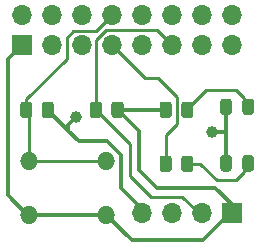
<source format=gtl>
%TF.GenerationSoftware,KiCad,Pcbnew,5.1.7-a382d34a8~87~ubuntu20.04.1*%
%TF.CreationDate,2020-11-06T02:00:15-03:00*%
%TF.ProjectId,RPI_HAT,5250495f-4841-4542-9e6b-696361645f70,v1 *%
%TF.SameCoordinates,Original*%
%TF.FileFunction,Copper,L1,Top*%
%TF.FilePolarity,Positive*%
%FSLAX46Y46*%
G04 Gerber Fmt 4.6, Leading zero omitted, Abs format (unit mm)*
G04 Created by KiCad (PCBNEW 5.1.7-a382d34a8~87~ubuntu20.04.1) date 2020-11-06 02:00:15*
%MOMM*%
%LPD*%
G01*
G04 APERTURE LIST*
%TA.AperFunction,ComponentPad*%
%ADD10R,1.700000X1.700000*%
%TD*%
%TA.AperFunction,ComponentPad*%
%ADD11O,1.700000X1.700000*%
%TD*%
%TA.AperFunction,ComponentPad*%
%ADD12O,1.524000X1.524000*%
%TD*%
%TA.AperFunction,ViaPad*%
%ADD13C,1.000000*%
%TD*%
%TA.AperFunction,Conductor*%
%ADD14C,0.300000*%
%TD*%
%TA.AperFunction,Conductor*%
%ADD15C,0.250000*%
%TD*%
G04 APERTURE END LIST*
D10*
%TO.P,J1,1*%
%TO.N,/3V3*%
X96012000Y-94869000D03*
D11*
%TO.P,J1,2*%
%TO.N,Net-(J1-Pad2)*%
X96012000Y-92329000D03*
%TO.P,J1,3*%
%TO.N,Net-(J1-Pad3)*%
X98552000Y-94869000D03*
%TO.P,J1,4*%
%TO.N,Net-(J1-Pad4)*%
X98552000Y-92329000D03*
%TO.P,J1,5*%
%TO.N,Net-(J1-Pad5)*%
X101092000Y-94869000D03*
%TO.P,J1,6*%
%TO.N,GND*%
X101092000Y-92329000D03*
%TO.P,J1,7*%
%TO.N,Net-(J1-Pad7)*%
X103632000Y-94869000D03*
%TO.P,J1,8*%
%TO.N,/button_input*%
X103632000Y-92329000D03*
%TO.P,J1,9*%
%TO.N,GND*%
X106172000Y-94869000D03*
%TO.P,J1,10*%
%TO.N,Net-(J1-Pad10)*%
X106172000Y-92329000D03*
%TO.P,J1,11*%
%TO.N,Net-(J1-Pad11)*%
X108712000Y-94869000D03*
%TO.P,J1,12*%
%TO.N,Net-(J1-Pad12)*%
X108712000Y-92329000D03*
%TO.P,J1,13*%
%TO.N,Net-(J1-Pad13)*%
X111252000Y-94869000D03*
%TO.P,J1,14*%
%TO.N,Net-(J1-Pad14)*%
X111252000Y-92329000D03*
%TO.P,J1,15*%
%TO.N,Net-(J1-Pad15)*%
X113792000Y-94869000D03*
%TO.P,J1,16*%
%TO.N,Net-(J1-Pad16)*%
X113792000Y-92329000D03*
%TD*%
%TO.P,R1,1*%
%TO.N,/button_input*%
%TA.AperFunction,SMDPad,CuDef*%
G36*
G01*
X95880500Y-100780001D02*
X95880500Y-99879999D01*
G75*
G02*
X96130499Y-99630000I249999J0D01*
G01*
X96655501Y-99630000D01*
G75*
G02*
X96905500Y-99879999I0J-249999D01*
G01*
X96905500Y-100780001D01*
G75*
G02*
X96655501Y-101030000I-249999J0D01*
G01*
X96130499Y-101030000D01*
G75*
G02*
X95880500Y-100780001I0J249999D01*
G01*
G37*
%TD.AperFunction*%
%TO.P,R1,2*%
%TO.N,GND*%
%TA.AperFunction,SMDPad,CuDef*%
G36*
G01*
X97705500Y-100780001D02*
X97705500Y-99879999D01*
G75*
G02*
X97955499Y-99630000I249999J0D01*
G01*
X98480501Y-99630000D01*
G75*
G02*
X98730500Y-99879999I0J-249999D01*
G01*
X98730500Y-100780001D01*
G75*
G02*
X98480501Y-101030000I-249999J0D01*
G01*
X97955499Y-101030000D01*
G75*
G02*
X97705500Y-100780001I0J249999D01*
G01*
G37*
%TD.AperFunction*%
%TD*%
%TO.P,R2,2*%
%TO.N,/3V3*%
%TA.AperFunction,SMDPad,CuDef*%
G36*
G01*
X103611000Y-100780001D02*
X103611000Y-99879999D01*
G75*
G02*
X103860999Y-99630000I249999J0D01*
G01*
X104386001Y-99630000D01*
G75*
G02*
X104636000Y-99879999I0J-249999D01*
G01*
X104636000Y-100780001D01*
G75*
G02*
X104386001Y-101030000I-249999J0D01*
G01*
X103860999Y-101030000D01*
G75*
G02*
X103611000Y-100780001I0J249999D01*
G01*
G37*
%TD.AperFunction*%
%TO.P,R2,1*%
%TO.N,Net-(J1-Pad11)*%
%TA.AperFunction,SMDPad,CuDef*%
G36*
G01*
X101786000Y-100780001D02*
X101786000Y-99879999D01*
G75*
G02*
X102035999Y-99630000I249999J0D01*
G01*
X102561001Y-99630000D01*
G75*
G02*
X102811000Y-99879999I0J-249999D01*
G01*
X102811000Y-100780001D01*
G75*
G02*
X102561001Y-101030000I-249999J0D01*
G01*
X102035999Y-101030000D01*
G75*
G02*
X101786000Y-100780001I0J249999D01*
G01*
G37*
%TD.AperFunction*%
%TD*%
%TO.P,R3,1*%
%TO.N,Net-(J1-Pad7)*%
%TA.AperFunction,SMDPad,CuDef*%
G36*
G01*
X107691500Y-105352001D02*
X107691500Y-104451999D01*
G75*
G02*
X107941499Y-104202000I249999J0D01*
G01*
X108466501Y-104202000D01*
G75*
G02*
X108716500Y-104451999I0J-249999D01*
G01*
X108716500Y-105352001D01*
G75*
G02*
X108466501Y-105602000I-249999J0D01*
G01*
X107941499Y-105602000D01*
G75*
G02*
X107691500Y-105352001I0J249999D01*
G01*
G37*
%TD.AperFunction*%
%TO.P,R3,2*%
%TO.N,Net-(D1-Pad2)*%
%TA.AperFunction,SMDPad,CuDef*%
G36*
G01*
X109516500Y-105352001D02*
X109516500Y-104451999D01*
G75*
G02*
X109766499Y-104202000I249999J0D01*
G01*
X110291501Y-104202000D01*
G75*
G02*
X110541500Y-104451999I0J-249999D01*
G01*
X110541500Y-105352001D01*
G75*
G02*
X110291501Y-105602000I-249999J0D01*
G01*
X109766499Y-105602000D01*
G75*
G02*
X109516500Y-105352001I0J249999D01*
G01*
G37*
%TD.AperFunction*%
%TD*%
%TO.P,R4,2*%
%TO.N,Net-(D2-Pad2)*%
%TA.AperFunction,SMDPad,CuDef*%
G36*
G01*
X109516500Y-100780001D02*
X109516500Y-99879999D01*
G75*
G02*
X109766499Y-99630000I249999J0D01*
G01*
X110291501Y-99630000D01*
G75*
G02*
X110541500Y-99879999I0J-249999D01*
G01*
X110541500Y-100780001D01*
G75*
G02*
X110291501Y-101030000I-249999J0D01*
G01*
X109766499Y-101030000D01*
G75*
G02*
X109516500Y-100780001I0J249999D01*
G01*
G37*
%TD.AperFunction*%
%TO.P,R4,1*%
%TO.N,/3V3*%
%TA.AperFunction,SMDPad,CuDef*%
G36*
G01*
X107691500Y-100780001D02*
X107691500Y-99879999D01*
G75*
G02*
X107941499Y-99630000I249999J0D01*
G01*
X108466501Y-99630000D01*
G75*
G02*
X108716500Y-99879999I0J-249999D01*
G01*
X108716500Y-100780001D01*
G75*
G02*
X108466501Y-101030000I-249999J0D01*
G01*
X107941499Y-101030000D01*
G75*
G02*
X107691500Y-100780001I0J249999D01*
G01*
G37*
%TD.AperFunction*%
%TD*%
D12*
%TO.P,SW1,1*%
%TO.N,/3V3*%
X103144900Y-109194600D03*
X96642500Y-109194600D03*
%TO.P,SW1,2*%
%TO.N,/button_input*%
X103144900Y-104673400D03*
X96642500Y-104673400D03*
%TD*%
D10*
%TO.P,U1,1*%
%TO.N,/3V3*%
X113792000Y-109093000D03*
D11*
%TO.P,U1,2*%
%TO.N,Net-(J1-Pad11)*%
X111252000Y-109093000D03*
%TO.P,U1,3*%
%TO.N,Net-(U1-Pad3)*%
X108712000Y-109093000D03*
%TO.P,U1,4*%
%TO.N,GND*%
X106172000Y-109093000D03*
%TD*%
%TO.P,D1,1*%
%TO.N,GND*%
%TA.AperFunction,SMDPad,CuDef*%
G36*
G01*
X112827500Y-105313250D02*
X112827500Y-104400750D01*
G75*
G02*
X113071250Y-104157000I243750J0D01*
G01*
X113558750Y-104157000D01*
G75*
G02*
X113802500Y-104400750I0J-243750D01*
G01*
X113802500Y-105313250D01*
G75*
G02*
X113558750Y-105557000I-243750J0D01*
G01*
X113071250Y-105557000D01*
G75*
G02*
X112827500Y-105313250I0J243750D01*
G01*
G37*
%TD.AperFunction*%
%TO.P,D1,2*%
%TO.N,Net-(D1-Pad2)*%
%TA.AperFunction,SMDPad,CuDef*%
G36*
G01*
X114702500Y-105313250D02*
X114702500Y-104400750D01*
G75*
G02*
X114946250Y-104157000I243750J0D01*
G01*
X115433750Y-104157000D01*
G75*
G02*
X115677500Y-104400750I0J-243750D01*
G01*
X115677500Y-105313250D01*
G75*
G02*
X115433750Y-105557000I-243750J0D01*
G01*
X114946250Y-105557000D01*
G75*
G02*
X114702500Y-105313250I0J243750D01*
G01*
G37*
%TD.AperFunction*%
%TD*%
%TO.P,D2,2*%
%TO.N,Net-(D2-Pad2)*%
%TA.AperFunction,SMDPad,CuDef*%
G36*
G01*
X114702500Y-100532250D02*
X114702500Y-99619750D01*
G75*
G02*
X114946250Y-99376000I243750J0D01*
G01*
X115433750Y-99376000D01*
G75*
G02*
X115677500Y-99619750I0J-243750D01*
G01*
X115677500Y-100532250D01*
G75*
G02*
X115433750Y-100776000I-243750J0D01*
G01*
X114946250Y-100776000D01*
G75*
G02*
X114702500Y-100532250I0J243750D01*
G01*
G37*
%TD.AperFunction*%
%TO.P,D2,1*%
%TO.N,GND*%
%TA.AperFunction,SMDPad,CuDef*%
G36*
G01*
X112827500Y-100532250D02*
X112827500Y-99619750D01*
G75*
G02*
X113071250Y-99376000I243750J0D01*
G01*
X113558750Y-99376000D01*
G75*
G02*
X113802500Y-99619750I0J-243750D01*
G01*
X113802500Y-100532250D01*
G75*
G02*
X113558750Y-100776000I-243750J0D01*
G01*
X113071250Y-100776000D01*
G75*
G02*
X112827500Y-100532250I0J243750D01*
G01*
G37*
%TD.AperFunction*%
%TD*%
D13*
%TO.N,GND*%
X112141000Y-102235000D03*
X100584000Y-100965000D03*
%TD*%
D14*
%TO.N,GND*%
X106172000Y-109093000D02*
X106172000Y-108712000D01*
X106172000Y-108712000D02*
X104394000Y-106934000D01*
X104394000Y-106934000D02*
X104394000Y-104140000D01*
X104394000Y-104140000D02*
X103251000Y-102997000D01*
X103251000Y-102997000D02*
X100885000Y-102997000D01*
X99972500Y-102084500D02*
X99972500Y-101576500D01*
X100885000Y-102997000D02*
X99972500Y-102084500D01*
X99972500Y-102084500D02*
X98218000Y-100330000D01*
X99972500Y-101576500D02*
X100584000Y-100965000D01*
X112268000Y-102108000D02*
X112141000Y-102235000D01*
X113284000Y-102235000D02*
X113315000Y-102204000D01*
X112141000Y-102235000D02*
X113284000Y-102235000D01*
X113315000Y-102204000D02*
X113315000Y-104648000D01*
X113315000Y-100076000D02*
X113315000Y-102204000D01*
D15*
%TO.N,Net-(D1-Pad2)*%
X110029000Y-104902000D02*
X111125000Y-104902000D01*
X111125000Y-104902000D02*
X112522000Y-106299000D01*
X112522000Y-106299000D02*
X114173000Y-106299000D01*
X114840000Y-105632000D02*
X114840000Y-104648000D01*
X114173000Y-106299000D02*
X114840000Y-105632000D01*
%TO.N,Net-(D2-Pad2)*%
X110029000Y-100330000D02*
X110029000Y-100283000D01*
X110029000Y-100283000D02*
X111633000Y-98679000D01*
X111633000Y-98679000D02*
X114173000Y-98679000D01*
X114840000Y-99346000D02*
X114840000Y-100076000D01*
X114173000Y-98679000D02*
X114840000Y-99346000D01*
D14*
%TO.N,/3V3*%
X96012000Y-94869000D02*
X95758000Y-94869000D01*
D15*
X96642500Y-109194600D02*
X96240600Y-109194600D01*
D14*
X96642500Y-109194600D02*
X96494600Y-109194600D01*
X96494600Y-109194600D02*
X94869000Y-107569000D01*
X94869000Y-96012000D02*
X96012000Y-94869000D01*
X94869000Y-107569000D02*
X94869000Y-96012000D01*
X96642500Y-109194600D02*
X103144900Y-109194600D01*
X113792000Y-109093000D02*
X113665000Y-109093000D01*
X113665000Y-109093000D02*
X111379000Y-111379000D01*
X105329300Y-111379000D02*
X103144900Y-109194600D01*
X111379000Y-111379000D02*
X105329300Y-111379000D01*
X104123500Y-100330000D02*
X108204000Y-100330000D01*
X113792000Y-109093000D02*
X113792000Y-108331000D01*
X113792000Y-108331000D02*
X112395000Y-106934000D01*
X112395000Y-106934000D02*
X107442000Y-106934000D01*
X107442000Y-106934000D02*
X105918000Y-105410000D01*
X105918000Y-102124500D02*
X104123500Y-100330000D01*
X105918000Y-105410000D02*
X105918000Y-102124500D01*
D15*
%TO.N,Net-(J1-Pad7)*%
X108204000Y-104902000D02*
X108204000Y-102489000D01*
X108204000Y-102489000D02*
X109141510Y-101551490D01*
X109141510Y-101551490D02*
X109141510Y-99235510D01*
X109141510Y-99235510D02*
X107569000Y-97663000D01*
X106426000Y-97663000D02*
X103632000Y-94869000D01*
X107569000Y-97663000D02*
X106426000Y-97663000D01*
%TO.N,/button_input*%
X103144900Y-104673400D02*
X96642500Y-104673400D01*
X96642500Y-100579500D02*
X96393000Y-100330000D01*
X96642500Y-104673400D02*
X96642500Y-100579500D01*
X96393000Y-100330000D02*
X96393000Y-99441000D01*
X96393000Y-99441000D02*
X99822000Y-96012000D01*
X99822000Y-96012000D02*
X99822000Y-94234000D01*
X99822000Y-94234000D02*
X100362001Y-93693999D01*
X102267001Y-93693999D02*
X103632000Y-92329000D01*
X100362001Y-93693999D02*
X102267001Y-93693999D01*
%TO.N,Net-(J1-Pad11)*%
X102298500Y-100330000D02*
X102298500Y-94424500D01*
X102298500Y-94424500D02*
X103129001Y-93593999D01*
X107436999Y-93593999D02*
X108712000Y-94869000D01*
X103129001Y-93593999D02*
X107436999Y-93593999D01*
X111252000Y-109093000D02*
X110998000Y-109093000D01*
X110998000Y-109093000D02*
X109601000Y-107696000D01*
X109601000Y-107696000D02*
X106934000Y-107696000D01*
X106934000Y-107696000D02*
X105156000Y-105918000D01*
X105156000Y-103187500D02*
X102298500Y-100330000D01*
X105156000Y-105918000D02*
X105156000Y-103187500D01*
%TD*%
M02*

</source>
